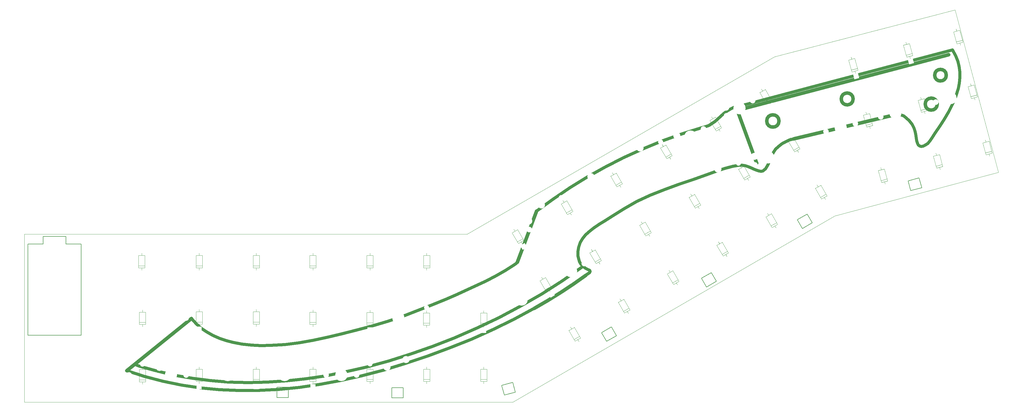
<source format=gbr>
G04 #@! TF.GenerationSoftware,KiCad,Pcbnew,(5.1.5)-3*
G04 #@! TF.CreationDate,2020-03-28T17:37:08+01:00*
G04 #@! TF.ProjectId,kopesh,6b6f7065-7368-42e6-9b69-6361645f7063,rev?*
G04 #@! TF.SameCoordinates,Original*
G04 #@! TF.FileFunction,Legend,Bot*
G04 #@! TF.FilePolarity,Positive*
%FSLAX46Y46*%
G04 Gerber Fmt 4.6, Leading zero omitted, Abs format (unit mm)*
G04 Created by KiCad (PCBNEW (5.1.5)-3) date 2020-03-28 17:37:08*
%MOMM*%
%LPD*%
G04 APERTURE LIST*
%ADD10C,1.000000*%
%ADD11C,1.200000*%
%ADD12C,0.050000*%
%ADD13C,0.120000*%
%ADD14C,0.150000*%
%ADD15R,1.702000X1.702000*%
%ADD16O,1.702000X1.702000*%
%ADD17C,1.702000*%
%ADD18R,1.832000X2.132000*%
%ADD19O,1.832000X2.132000*%
%ADD20R,3.102000X2.852000*%
%ADD21C,2.352000*%
%ADD22C,4.089800*%
%ADD23C,1.852000*%
%ADD24C,1.702000*%
G04 APERTURE END LIST*
D10*
X235504841Y-129945312D02*
X236248866Y-128606082D01*
X234986667Y-131408591D02*
X235504841Y-129945312D01*
X234724265Y-132928726D02*
X234986667Y-131408591D01*
X234747546Y-134438526D02*
X234724265Y-132928726D01*
X234936556Y-135406139D02*
X234747546Y-134438526D01*
X362250090Y-72956156D02*
X362008649Y-71109192D01*
X362269865Y-74797519D02*
X362250090Y-72956156D01*
X362089229Y-76628768D02*
X362269865Y-74797519D01*
X361729436Y-78445391D02*
X362089229Y-76628768D01*
X360910239Y-81106153D02*
X361729436Y-78445391D01*
X359812494Y-83709950D02*
X360910239Y-81106153D01*
X358505781Y-86242012D02*
X359812494Y-83709950D01*
X357059693Y-88687568D02*
X358505781Y-86242012D01*
X355543809Y-91031844D02*
X357059693Y-88687568D01*
X354027560Y-93260129D02*
X355543809Y-91031844D01*
X353422793Y-94153729D02*
X354027718Y-93260071D01*
X235274699Y-136319388D02*
X234936556Y-135406139D01*
X235770836Y-137158364D02*
X235274699Y-136319388D01*
X236433836Y-137903159D02*
X235770836Y-137158364D01*
X237272560Y-138533864D02*
X236433836Y-137903159D01*
X238295786Y-139030605D02*
X237272560Y-138533864D01*
X344309843Y-88245705D02*
X345403993Y-89313000D01*
X343398696Y-87615162D02*
X344309843Y-88245705D01*
X342442618Y-87203527D02*
X343398696Y-87615162D01*
X341794795Y-87083277D02*
X342442618Y-87203527D01*
X341148784Y-87109154D02*
X341794795Y-87083277D01*
X340513186Y-87300738D02*
X341148784Y-87109154D01*
X305453296Y-95638917D02*
X306766135Y-95245720D01*
X304131974Y-96201292D02*
X305453296Y-95638917D01*
X302859535Y-96921522D02*
X304131974Y-96201292D01*
X301693343Y-97788288D02*
X302859535Y-96921522D01*
X300690758Y-98790275D02*
X301693343Y-97788288D01*
X299907023Y-99916407D02*
X300690758Y-98790275D01*
X299311093Y-101165698D02*
X299907023Y-99916407D01*
X298757647Y-102550407D02*
X299311093Y-101165698D01*
X298121096Y-104006824D02*
X298757647Y-102550407D01*
X297755145Y-104678698D02*
X298121096Y-104006824D01*
X297351150Y-105261546D02*
X297755145Y-104678698D01*
X296904413Y-105716765D02*
X297351150Y-105261546D01*
X296410257Y-106005882D02*
X296904413Y-105716765D01*
X295866915Y-106111830D02*
X296410257Y-106005882D01*
X295278709Y-106062256D02*
X295866915Y-106111830D01*
X294442195Y-105815039D02*
X295278709Y-106062256D01*
X293548062Y-105431278D02*
X294442195Y-105815039D01*
X292608000Y-104987462D02*
X293548062Y-105431278D01*
X291633703Y-104560085D02*
X292608000Y-104987462D01*
X290618603Y-104220890D02*
X291633703Y-104560085D01*
X289592474Y-104058537D02*
X290618603Y-104220890D01*
X288566985Y-104101606D02*
X289592474Y-104058537D01*
X287552275Y-104261394D02*
X288566985Y-104101606D01*
X286554716Y-104462932D02*
X287552275Y-104261394D01*
X283672271Y-105225448D02*
X286554716Y-104462932D01*
X280876056Y-106154605D02*
X283672271Y-105225448D01*
X278110561Y-107151606D02*
X280876056Y-106154605D01*
X273328993Y-108819391D02*
X278110561Y-107151606D01*
X268511217Y-110464484D02*
X273328993Y-108819391D01*
X263710045Y-112184063D02*
X268511217Y-110464484D01*
X258978297Y-114075314D02*
X263710045Y-112184063D01*
X254368424Y-116233647D02*
X258978297Y-114075314D01*
X249922851Y-118706265D02*
X254368424Y-116233647D01*
X245630842Y-121432786D02*
X249922851Y-118706265D01*
X243749045Y-122625094D02*
X245630842Y-121432786D01*
X241862483Y-123811409D02*
X243749045Y-122625094D01*
X240016412Y-125053265D02*
X241862483Y-123811409D01*
X238259429Y-126416041D02*
X240016412Y-125053265D01*
X237184394Y-127438991D02*
X238259429Y-126416041D01*
X236248866Y-128606082D02*
X237184394Y-127438991D01*
X347471570Y-93733557D02*
X347649768Y-94950087D01*
X347251125Y-92627101D02*
X347471570Y-93733557D01*
X346930028Y-91675344D02*
X347251125Y-92627101D01*
X346296296Y-90495978D02*
X346930028Y-91675344D01*
X345403993Y-89313000D02*
X346296296Y-90495978D01*
D11*
X220922830Y-119432742D02*
X214498235Y-136523929D01*
X354681505Y-83675160D02*
G75*
G03X354681505Y-83675160I-2006808J0D01*
G01*
X357699352Y-74008572D02*
G75*
G03X357699352Y-74008572I-1935987J0D01*
G01*
X326594961Y-81942112D02*
G75*
G03X326594961Y-81942112I-1980175J0D01*
G01*
X301849525Y-89305846D02*
G75*
G03X301849525Y-89305846I-2050430J0D01*
G01*
D10*
X352873086Y-95071975D02*
X353422793Y-94153729D01*
X352282695Y-95960734D02*
X352873086Y-95071975D01*
X351555727Y-96765925D02*
X352282695Y-95960734D01*
X350604467Y-97429662D02*
X351555727Y-96765925D01*
X349933581Y-97711309D02*
X350604467Y-97429662D01*
X349296216Y-97818621D02*
X349933581Y-97711309D01*
X348769144Y-97693971D02*
X349296216Y-97818621D01*
X348375151Y-97343304D02*
X348769144Y-97693971D01*
X348085056Y-96811217D02*
X348375151Y-97343304D01*
X347827874Y-95943612D02*
X348085056Y-96811217D01*
X347649768Y-94950087D02*
X347827874Y-95943612D01*
X238077039Y-140355657D02*
X238629746Y-139947875D01*
X237373513Y-140874681D02*
X238077039Y-140355657D01*
X214049896Y-136897521D02*
X214498235Y-136523929D01*
X213479280Y-137373000D02*
X214049896Y-136897521D01*
X226386261Y-115405223D02*
X220922830Y-119432742D01*
X359741644Y-65579858D02*
X319605964Y-76175246D01*
D11*
X290587403Y-85066726D02*
X358474021Y-67153969D01*
X287932853Y-85611987D02*
X294419263Y-103433253D01*
X306766135Y-95245720D02*
X340866883Y-87172002D01*
X105711457Y-155352539D02*
X84078313Y-172724201D01*
D10*
X141618756Y-163408669D02*
X146352953Y-162592952D01*
X136852118Y-164004956D02*
X141618756Y-163408669D01*
X132058706Y-164323372D02*
X136852118Y-164004956D01*
X128887952Y-164347082D02*
X132058706Y-164323372D01*
X125721078Y-164194553D02*
X128887952Y-164347082D01*
X122569986Y-163837627D02*
X125721078Y-164194553D01*
X119454724Y-163246264D02*
X122569986Y-163837627D01*
X117226550Y-162652594D02*
X119454724Y-163246264D01*
X115044435Y-161905653D02*
X117226550Y-162652594D01*
X112928015Y-160987928D02*
X115044435Y-161905653D01*
X110903489Y-159883348D02*
X112928015Y-160987928D01*
X231997720Y-111614704D02*
X226386261Y-115405223D01*
X237757202Y-108061187D02*
X231997720Y-111614704D01*
X243664711Y-104744669D02*
X237757202Y-108061187D01*
X249831717Y-101611357D02*
X243664711Y-104744669D01*
X256152182Y-98723741D02*
X249831717Y-101611357D01*
X262626105Y-96081822D02*
X256152182Y-98723741D01*
X269253487Y-93685602D02*
X262626105Y-96081822D01*
X276034257Y-91535103D02*
X269253487Y-93685602D01*
X277313656Y-91249108D02*
X276034324Y-91535079D01*
X278464127Y-90772882D02*
X277313656Y-91249108D01*
X279513414Y-90146762D02*
X278464127Y-90772882D01*
X280489190Y-89411109D02*
X279513414Y-90146762D01*
X281419132Y-88606282D02*
X280489190Y-89411109D01*
X282386198Y-87722082D02*
X281419132Y-88606282D01*
X283365851Y-86853623D02*
X282386198Y-87722082D01*
X109002112Y-158578254D02*
X110903489Y-159883348D01*
X107259240Y-157068137D02*
X109002112Y-158578254D01*
X105711438Y-155352544D02*
X107259240Y-157068137D01*
X94097654Y-172879926D02*
X88256824Y-171203348D01*
X100017860Y-174250177D02*
X94097654Y-172879926D01*
X106000801Y-175314128D02*
X100017860Y-174250177D01*
X112029760Y-176075121D02*
X106000801Y-175314128D01*
X118088816Y-176539597D02*
X112029760Y-176075121D01*
X124531519Y-176718338D02*
X118088816Y-176539597D01*
X130975560Y-176587125D02*
X124531519Y-176718338D01*
X137406812Y-176161314D02*
X130975560Y-176587125D01*
X222677017Y-147075903D02*
X215582500Y-151193500D01*
X229593268Y-142665487D02*
X222677017Y-147075903D01*
X236313257Y-137961651D02*
X229593268Y-142665487D01*
D11*
X237373594Y-140874654D02*
G75*
G02X220111771Y-151947056I-102230404J140384964D01*
G01*
D10*
X213250089Y-155631198D02*
X220111790Y-151947048D01*
X206251524Y-159048358D02*
X213250089Y-155631198D01*
X199134890Y-162212553D02*
X206251524Y-159048358D01*
X191917057Y-165138515D02*
X199134890Y-162212553D01*
X184612691Y-167841417D02*
X191917057Y-165138515D01*
X177231092Y-170325545D02*
X184612691Y-167841417D01*
X169773012Y-172569647D02*
X177231092Y-170325545D01*
X194177703Y-147315378D02*
X197487637Y-145840557D01*
X190850813Y-148751539D02*
X194177703Y-147315378D01*
X185882930Y-150817981D02*
X190850813Y-148751539D01*
X180882418Y-152803843D02*
X185882930Y-150817981D01*
X175845549Y-154697628D02*
X180882418Y-152803843D01*
X170753636Y-156436645D02*
X175845549Y-154697628D01*
X165583600Y-157926112D02*
X170753636Y-156436645D01*
X160380381Y-159295985D02*
X165583600Y-157926112D01*
X155728164Y-160494187D02*
X160380381Y-159295985D01*
X151054651Y-161606500D02*
X155728164Y-160494187D01*
X146352953Y-162592952D02*
X151054651Y-161606500D01*
X284391110Y-86049056D02*
X283365851Y-86853623D01*
X285494991Y-85356533D02*
X284391110Y-86049056D01*
X286710513Y-84824207D02*
X285494991Y-85356533D01*
X288070588Y-84500267D02*
X286710513Y-84824207D01*
X319605964Y-76175246D02*
X288070690Y-84500230D01*
X162239954Y-174547187D02*
X169773012Y-172569647D01*
X155429665Y-176069352D02*
X162239954Y-174547187D01*
X148566533Y-177333070D02*
X155429665Y-176069352D01*
X141657679Y-178315702D02*
X148566533Y-177333070D01*
X134712462Y-178994202D02*
X141657679Y-178315702D01*
X127743197Y-179345596D02*
X134712462Y-178994202D01*
X121399250Y-179362593D02*
X127743197Y-179345596D01*
X115061876Y-179075692D02*
X121399250Y-179362593D01*
X108746792Y-178471555D02*
X115061876Y-179075692D01*
X102471640Y-177539590D02*
X108746792Y-178471555D01*
X96255637Y-176272570D02*
X102471640Y-177539590D01*
X210439516Y-139345975D02*
X213479282Y-137372999D01*
X207270869Y-141103520D02*
X210439516Y-139345975D01*
X204041733Y-142748173D02*
X207270869Y-141103520D01*
X200777689Y-144321739D02*
X204041733Y-142748173D01*
X197487637Y-145840557D02*
X200777689Y-144321739D01*
X90118296Y-174667254D02*
X96255637Y-176272570D01*
X84078313Y-172724201D02*
X90118296Y-174667254D01*
X87407207Y-170858257D02*
X86739651Y-170587116D01*
X88256822Y-171203349D02*
X87407207Y-170858257D01*
X238548488Y-139167343D02*
X238295875Y-139030573D01*
X238700035Y-139340800D02*
X238548488Y-139167343D01*
X238746745Y-139614624D02*
X238700035Y-139340800D01*
X238629656Y-139947907D02*
X238746745Y-139614624D01*
X360775741Y-67416509D02*
X359741766Y-65579813D01*
X361524284Y-69261139D02*
X360775741Y-67416509D01*
X362008649Y-71109192D02*
X361524284Y-69261139D01*
X143813666Y-175457533D02*
X137406812Y-176161314D01*
X150186409Y-174493066D02*
X143813666Y-175457533D01*
X156517553Y-173285328D02*
X150186409Y-174493066D01*
X164052041Y-171539056D02*
X156517553Y-173285328D01*
X171511577Y-169495743D02*
X164052041Y-171539056D01*
X178891891Y-167182481D02*
X171511577Y-169495743D01*
X186189539Y-164620357D02*
X178891891Y-167182481D01*
X193395700Y-161811175D02*
X186189539Y-164620357D01*
X200926157Y-158558183D02*
X193395700Y-161811175D01*
X208326819Y-155020046D02*
X200926157Y-158558183D01*
X215582500Y-151193500D02*
X208326819Y-155020046D01*
D12*
X375136651Y-106420121D02*
X360606650Y-52170125D01*
X320476648Y-121060124D02*
X375136651Y-106420121D01*
X212926648Y-183250129D02*
X320476648Y-121060124D01*
X49936648Y-183250121D02*
X212926648Y-183250129D01*
X49926648Y-127100116D02*
X49936648Y-183250121D01*
X197736650Y-127090122D02*
X49926648Y-127100116D01*
X300336652Y-67850125D02*
X197736650Y-127090122D01*
X360606650Y-52170125D02*
X300336652Y-67850125D01*
D13*
X90136654Y-138358111D02*
X88016654Y-138358111D01*
X88016654Y-138358111D02*
X88016654Y-134238111D01*
X88016654Y-134238111D02*
X90136654Y-134238111D01*
X90136654Y-134238111D02*
X90136654Y-138358111D01*
X89076654Y-139128111D02*
X89076654Y-138358111D01*
X89076654Y-133468111D02*
X89076654Y-134238111D01*
X90136654Y-137698111D02*
X88016654Y-137698111D01*
D14*
X68877251Y-130440875D02*
X68877251Y-160920875D01*
X63797251Y-130440875D02*
X68877251Y-130440875D01*
X63797251Y-127900875D02*
X63797251Y-130440875D01*
X56177251Y-127900875D02*
X63797251Y-127900875D01*
X56177251Y-130440875D02*
X56177251Y-127900875D01*
X51097251Y-130440875D02*
X56177251Y-130440875D01*
X51097251Y-160920875D02*
X51097251Y-130440875D01*
X68877251Y-160920875D02*
X51097251Y-160920875D01*
X138016660Y-181690112D02*
X138016660Y-178290112D01*
X134216660Y-178290112D02*
X138016660Y-178290112D01*
X134216660Y-181690112D02*
X134216660Y-178290112D01*
X134216660Y-181690112D02*
X138016660Y-181690112D01*
X280930800Y-142903522D02*
X279230800Y-139959036D01*
X275939904Y-141859036D02*
X279230800Y-139959036D01*
X277639904Y-144803522D02*
X275939904Y-141859036D01*
X277639904Y-144803522D02*
X280930800Y-142903522D01*
X349502947Y-111607008D02*
X348622962Y-108322860D01*
X344952444Y-109306372D02*
X348622962Y-108322860D01*
X345832429Y-112590520D02*
X344952444Y-109306372D01*
X345832429Y-112590520D02*
X349502947Y-111607008D01*
X312952272Y-123340873D02*
X311252272Y-120396387D01*
X307961376Y-122296387D02*
X311252272Y-120396387D01*
X309661376Y-125240873D02*
X307961376Y-122296387D01*
X309661376Y-125240873D02*
X312952272Y-123340873D01*
X247610771Y-161059874D02*
X245910771Y-158115388D01*
X242619875Y-160015388D02*
X245910771Y-158115388D01*
X244319875Y-162959874D02*
X242619875Y-160015388D01*
X244319875Y-162959874D02*
X247610771Y-161059874D01*
X213803448Y-179933013D02*
X212923463Y-176648865D01*
X209252945Y-177632377D02*
X212923463Y-176648865D01*
X210132930Y-180916525D02*
X209252945Y-177632377D01*
X210132930Y-180916525D02*
X213803448Y-179933013D01*
X176379161Y-181805113D02*
X176379161Y-178405113D01*
X172579161Y-178405113D02*
X176379161Y-178405113D01*
X172579161Y-181805113D02*
X172579161Y-178405113D01*
X172579161Y-181805113D02*
X176379161Y-181805113D01*
D13*
X373003598Y-100043400D02*
X370955835Y-100592096D01*
X370955835Y-100592096D02*
X369889501Y-96612482D01*
X369889501Y-96612482D02*
X371937264Y-96063785D01*
X371937264Y-96063785D02*
X373003598Y-100043400D01*
X372179007Y-101061511D02*
X371979717Y-100317748D01*
X370714092Y-95594371D02*
X370913382Y-96338133D01*
X372832777Y-99405889D02*
X370785015Y-99954585D01*
X368050599Y-81247400D02*
X366002836Y-81796096D01*
X366002836Y-81796096D02*
X364936502Y-77816482D01*
X364936502Y-77816482D02*
X366984265Y-77267785D01*
X366984265Y-77267785D02*
X368050599Y-81247400D01*
X367226008Y-82265511D02*
X367026718Y-81521748D01*
X365761093Y-76798371D02*
X365960383Y-77542133D01*
X367879778Y-80609889D02*
X365832016Y-81158585D01*
X363224601Y-62959405D02*
X361176838Y-63508101D01*
X361176838Y-63508101D02*
X360110504Y-59528487D01*
X360110504Y-59528487D02*
X362158267Y-58979790D01*
X362158267Y-58979790D02*
X363224601Y-62959405D01*
X362400010Y-63977516D02*
X362200720Y-63233753D01*
X360935095Y-58510376D02*
X361134385Y-59254138D01*
X363053780Y-62321894D02*
X361006018Y-62870590D01*
X235569637Y-161811572D02*
X233733663Y-162871572D01*
X233733663Y-162871572D02*
X231673663Y-159303547D01*
X231673663Y-159303547D02*
X233509637Y-158243547D01*
X233509637Y-158243547D02*
X235569637Y-161811572D01*
X235036650Y-163008411D02*
X234651650Y-162341572D01*
X232206650Y-158106707D02*
X232591650Y-158773547D01*
X235239637Y-161239995D02*
X233403663Y-162299995D01*
X225917639Y-145174570D02*
X224081665Y-146234570D01*
X224081665Y-146234570D02*
X222021665Y-142666545D01*
X222021665Y-142666545D02*
X223857639Y-141606545D01*
X223857639Y-141606545D02*
X225917639Y-145174570D01*
X225384652Y-146371409D02*
X224999652Y-145704570D01*
X222554652Y-141469705D02*
X222939652Y-142136545D01*
X225587639Y-144602993D02*
X223751665Y-145662993D01*
X216646642Y-129172575D02*
X214810668Y-130232575D01*
X214810668Y-130232575D02*
X212750668Y-126664550D01*
X212750668Y-126664550D02*
X214586642Y-125604550D01*
X214586642Y-125604550D02*
X216646642Y-129172575D01*
X216113655Y-130369414D02*
X215728655Y-129702575D01*
X213283655Y-125467710D02*
X213668655Y-126134550D01*
X216316642Y-128600998D02*
X214480668Y-129660998D01*
X356493596Y-104488402D02*
X354445833Y-105037098D01*
X354445833Y-105037098D02*
X353379499Y-101057484D01*
X353379499Y-101057484D02*
X355427262Y-100508787D01*
X355427262Y-100508787D02*
X356493596Y-104488402D01*
X355669005Y-105506513D02*
X355469715Y-104762750D01*
X354204090Y-100039373D02*
X354403380Y-100783135D01*
X356322775Y-103850891D02*
X354275013Y-104399587D01*
X351413595Y-85819401D02*
X349365832Y-86368097D01*
X349365832Y-86368097D02*
X348299498Y-82388483D01*
X348299498Y-82388483D02*
X350347261Y-81839786D01*
X350347261Y-81839786D02*
X351413595Y-85819401D01*
X350589004Y-86837512D02*
X350389714Y-86093749D01*
X349124089Y-81370372D02*
X349323379Y-82114134D01*
X351242774Y-85181890D02*
X349195012Y-85730586D01*
X346460601Y-67404404D02*
X344412838Y-67953100D01*
X344412838Y-67953100D02*
X343346504Y-63973486D01*
X343346504Y-63973486D02*
X345394267Y-63424789D01*
X345394267Y-63424789D02*
X346460601Y-67404404D01*
X345636010Y-68422515D02*
X345436720Y-67678752D01*
X344171095Y-62955375D02*
X344370385Y-63699137D01*
X346289780Y-66766893D02*
X344242018Y-67315589D01*
X204328649Y-176331124D02*
X202208649Y-176331124D01*
X202208649Y-176331124D02*
X202208649Y-172211124D01*
X202208649Y-172211124D02*
X204328649Y-172211124D01*
X204328649Y-172211124D02*
X204328649Y-176331124D01*
X203268649Y-177101124D02*
X203268649Y-176331124D01*
X203268649Y-171441124D02*
X203268649Y-172211124D01*
X204328649Y-175671124D02*
X202208649Y-175671124D01*
X204328649Y-157535118D02*
X202208649Y-157535118D01*
X202208649Y-157535118D02*
X202208649Y-153415118D01*
X202208649Y-153415118D02*
X204328649Y-153415118D01*
X204328649Y-153415118D02*
X204328649Y-157535118D01*
X203268649Y-158305118D02*
X203268649Y-157535118D01*
X203268649Y-152645118D02*
X203268649Y-153415118D01*
X204328649Y-156875118D02*
X202208649Y-156875118D01*
X338078601Y-109314411D02*
X336030838Y-109863107D01*
X336030838Y-109863107D02*
X334964504Y-105883493D01*
X334964504Y-105883493D02*
X337012267Y-105334796D01*
X337012267Y-105334796D02*
X338078601Y-109314411D01*
X337254010Y-110332522D02*
X337054720Y-109588759D01*
X335789095Y-104865382D02*
X335988385Y-105609144D01*
X337907780Y-108676900D02*
X335860018Y-109225596D01*
X333125596Y-90772401D02*
X331077833Y-91321097D01*
X331077833Y-91321097D02*
X330011499Y-87341483D01*
X330011499Y-87341483D02*
X332059262Y-86792786D01*
X332059262Y-86792786D02*
X333125596Y-90772401D01*
X332301005Y-91790512D02*
X332101715Y-91046749D01*
X330836090Y-86323372D02*
X331035380Y-87067134D01*
X332954775Y-90134890D02*
X330907013Y-90683586D01*
X328172596Y-72357404D02*
X326124833Y-72906100D01*
X326124833Y-72906100D02*
X325058499Y-68926486D01*
X325058499Y-68926486D02*
X327106262Y-68377789D01*
X327106262Y-68377789D02*
X328172596Y-72357404D01*
X327348005Y-73375515D02*
X327148715Y-72631752D01*
X325883090Y-67908375D02*
X326082380Y-68652137D01*
X328001775Y-71719893D02*
X325954013Y-72268589D01*
X185278652Y-176331117D02*
X183158652Y-176331117D01*
X183158652Y-176331117D02*
X183158652Y-172211117D01*
X183158652Y-172211117D02*
X185278652Y-172211117D01*
X185278652Y-172211117D02*
X185278652Y-176331117D01*
X184218652Y-177101117D02*
X184218652Y-176331117D01*
X184218652Y-171441117D02*
X184218652Y-172211117D01*
X185278652Y-175671117D02*
X183158652Y-175671117D01*
X185231654Y-157535123D02*
X183111654Y-157535123D01*
X183111654Y-157535123D02*
X183111654Y-153415123D01*
X183111654Y-153415123D02*
X185231654Y-153415123D01*
X185231654Y-153415123D02*
X185231654Y-157535123D01*
X184171654Y-158305123D02*
X184171654Y-157535123D01*
X184171654Y-152645123D02*
X184171654Y-153415123D01*
X185231654Y-156875123D02*
X183111654Y-156875123D01*
X185278648Y-138358118D02*
X183158648Y-138358118D01*
X183158648Y-138358118D02*
X183158648Y-134238118D01*
X183158648Y-134238118D02*
X185278648Y-134238118D01*
X185278648Y-134238118D02*
X185278648Y-138358118D01*
X184218648Y-139128118D02*
X184218648Y-138358118D01*
X184218648Y-133468118D02*
X184218648Y-134238118D01*
X185278648Y-137698118D02*
X183158648Y-137698118D01*
X317865638Y-114313574D02*
X316029664Y-115373574D01*
X316029664Y-115373574D02*
X313969664Y-111805549D01*
X313969664Y-111805549D02*
X315805638Y-110745549D01*
X315805638Y-110745549D02*
X317865638Y-114313574D01*
X317332651Y-115510413D02*
X316947651Y-114843574D01*
X314502651Y-110608709D02*
X314887651Y-111275549D01*
X317535638Y-113741997D02*
X315699664Y-114801997D01*
X308848635Y-98565577D02*
X307012661Y-99625577D01*
X307012661Y-99625577D02*
X304952661Y-96057552D01*
X304952661Y-96057552D02*
X306788635Y-94997552D01*
X306788635Y-94997552D02*
X308848635Y-98565577D01*
X308315648Y-99762416D02*
X307930648Y-99095577D01*
X305485648Y-94860712D02*
X305870648Y-95527552D01*
X308518635Y-97994000D02*
X306682661Y-99054000D01*
X299323639Y-82309578D02*
X297487665Y-83369578D01*
X297487665Y-83369578D02*
X295427665Y-79801553D01*
X295427665Y-79801553D02*
X297263639Y-78741553D01*
X297263639Y-78741553D02*
X299323639Y-82309578D01*
X298790652Y-83506417D02*
X298405652Y-82839578D01*
X295960652Y-78604713D02*
X296345652Y-79271553D01*
X298993639Y-81738001D02*
X297157665Y-82798001D01*
X166355653Y-176331119D02*
X164235653Y-176331119D01*
X164235653Y-176331119D02*
X164235653Y-172211119D01*
X164235653Y-172211119D02*
X166355653Y-172211119D01*
X166355653Y-172211119D02*
X166355653Y-176331119D01*
X165295653Y-177101119D02*
X165295653Y-176331119D01*
X165295653Y-171441119D02*
X165295653Y-172211119D01*
X166355653Y-175671119D02*
X164235653Y-175671119D01*
X166355650Y-157408123D02*
X164235650Y-157408123D01*
X164235650Y-157408123D02*
X164235650Y-153288123D01*
X164235650Y-153288123D02*
X166355650Y-153288123D01*
X166355650Y-153288123D02*
X166355650Y-157408123D01*
X165295650Y-158178123D02*
X165295650Y-157408123D01*
X165295650Y-152518123D02*
X165295650Y-153288123D01*
X166355650Y-156748123D02*
X164235650Y-156748123D01*
X166355655Y-138358121D02*
X164235655Y-138358121D01*
X164235655Y-138358121D02*
X164235655Y-134238121D01*
X164235655Y-134238121D02*
X166355655Y-134238121D01*
X166355655Y-134238121D02*
X166355655Y-138358121D01*
X165295655Y-139128121D02*
X165295655Y-138358121D01*
X165295655Y-133468121D02*
X165295655Y-134238121D01*
X166355655Y-137698121D02*
X164235655Y-137698121D01*
X301355636Y-123838567D02*
X299519662Y-124898567D01*
X299519662Y-124898567D02*
X297459662Y-121330542D01*
X297459662Y-121330542D02*
X299295636Y-120270542D01*
X299295636Y-120270542D02*
X301355636Y-123838567D01*
X300822649Y-125035406D02*
X300437649Y-124368567D01*
X297992649Y-120133702D02*
X298377649Y-120800542D01*
X301025636Y-123266990D02*
X299189662Y-124326990D01*
X292211642Y-107963579D02*
X290375668Y-109023579D01*
X290375668Y-109023579D02*
X288315668Y-105455554D01*
X288315668Y-105455554D02*
X290151642Y-104395554D01*
X290151642Y-104395554D02*
X292211642Y-107963579D01*
X291678655Y-109160418D02*
X291293655Y-108493579D01*
X288848655Y-104258714D02*
X289233655Y-104925554D01*
X291881642Y-107392002D02*
X290045668Y-108452002D01*
X282686645Y-91580577D02*
X280850671Y-92640577D01*
X280850671Y-92640577D02*
X278790671Y-89072552D01*
X278790671Y-89072552D02*
X280626645Y-88012552D01*
X280626645Y-88012552D02*
X282686645Y-91580577D01*
X282153658Y-92777416D02*
X281768658Y-92110577D01*
X279323658Y-87875712D02*
X279708658Y-88542552D01*
X282356645Y-91009000D02*
X280520671Y-92069000D01*
X147305646Y-176331124D02*
X145185646Y-176331124D01*
X145185646Y-176331124D02*
X145185646Y-172211124D01*
X145185646Y-172211124D02*
X147305646Y-172211124D01*
X147305646Y-172211124D02*
X147305646Y-176331124D01*
X146245646Y-177101124D02*
X146245646Y-176331124D01*
X146245646Y-171441124D02*
X146245646Y-172211124D01*
X147305646Y-175671124D02*
X145185646Y-175671124D01*
X147305652Y-157281121D02*
X145185652Y-157281121D01*
X145185652Y-157281121D02*
X145185652Y-153161121D01*
X145185652Y-153161121D02*
X147305652Y-153161121D01*
X147305652Y-153161121D02*
X147305652Y-157281121D01*
X146245652Y-158051121D02*
X146245652Y-157281121D01*
X146245652Y-152391121D02*
X146245652Y-153161121D01*
X147305652Y-156621121D02*
X145185652Y-156621121D01*
X147305649Y-138358121D02*
X145185649Y-138358121D01*
X145185649Y-138358121D02*
X145185649Y-134238121D01*
X145185649Y-134238121D02*
X147305649Y-134238121D01*
X147305649Y-134238121D02*
X147305649Y-138358121D01*
X146245649Y-139128121D02*
X146245649Y-138358121D01*
X146245649Y-133468121D02*
X146245649Y-134238121D01*
X147305649Y-137698121D02*
X145185649Y-137698121D01*
X284972641Y-133363583D02*
X283136667Y-134423583D01*
X283136667Y-134423583D02*
X281076667Y-130855558D01*
X281076667Y-130855558D02*
X282912641Y-129795558D01*
X282912641Y-129795558D02*
X284972641Y-133363583D01*
X284439654Y-134560422D02*
X284054654Y-133893583D01*
X281609654Y-129658718D02*
X281994654Y-130325558D01*
X284642641Y-132792006D02*
X282806667Y-133852006D01*
X275701640Y-117361571D02*
X273865666Y-118421571D01*
X273865666Y-118421571D02*
X271805666Y-114853546D01*
X271805666Y-114853546D02*
X273641640Y-113793546D01*
X273641640Y-113793546D02*
X275701640Y-117361571D01*
X275168653Y-118558410D02*
X274783653Y-117891571D01*
X272338653Y-113656706D02*
X272723653Y-114323546D01*
X275371640Y-116789994D02*
X273535666Y-117849994D01*
X266176639Y-100851579D02*
X264340665Y-101911579D01*
X264340665Y-101911579D02*
X262280665Y-98343554D01*
X262280665Y-98343554D02*
X264116639Y-97283554D01*
X264116639Y-97283554D02*
X266176639Y-100851579D01*
X265643652Y-102048418D02*
X265258652Y-101381579D01*
X262813652Y-97146714D02*
X263198652Y-97813554D01*
X265846639Y-100280002D02*
X264010665Y-101340002D01*
X128382653Y-176331124D02*
X126262653Y-176331124D01*
X126262653Y-176331124D02*
X126262653Y-172211124D01*
X126262653Y-172211124D02*
X128382653Y-172211124D01*
X128382653Y-172211124D02*
X128382653Y-176331124D01*
X127322653Y-177101124D02*
X127322653Y-176331124D01*
X127322653Y-171441124D02*
X127322653Y-172211124D01*
X128382653Y-175671124D02*
X126262653Y-175671124D01*
X128382651Y-157154123D02*
X126262651Y-157154123D01*
X126262651Y-157154123D02*
X126262651Y-153034123D01*
X126262651Y-153034123D02*
X128382651Y-153034123D01*
X128382651Y-153034123D02*
X128382651Y-157154123D01*
X127322651Y-157924123D02*
X127322651Y-157154123D01*
X127322651Y-152264123D02*
X127322651Y-153034123D01*
X128382651Y-156494123D02*
X126262651Y-156494123D01*
X128382655Y-138358126D02*
X126262655Y-138358126D01*
X126262655Y-138358126D02*
X126262655Y-134238126D01*
X126262655Y-134238126D02*
X128382655Y-134238126D01*
X128382655Y-134238126D02*
X128382655Y-138358126D01*
X127322655Y-139128126D02*
X127322655Y-138358126D01*
X127322655Y-133468126D02*
X127322655Y-134238126D01*
X128382655Y-137698126D02*
X126262655Y-137698126D01*
X268462642Y-142888573D02*
X266626668Y-143948573D01*
X266626668Y-143948573D02*
X264566668Y-140380548D01*
X264566668Y-140380548D02*
X266402642Y-139320548D01*
X266402642Y-139320548D02*
X268462642Y-142888573D01*
X267929655Y-144085412D02*
X267544655Y-143418573D01*
X265099655Y-139183708D02*
X265484655Y-139850548D01*
X268132642Y-142316996D02*
X266296668Y-143376996D01*
X259191646Y-126632574D02*
X257355672Y-127692574D01*
X257355672Y-127692574D02*
X255295672Y-124124549D01*
X255295672Y-124124549D02*
X257131646Y-123064549D01*
X257131646Y-123064549D02*
X259191646Y-126632574D01*
X258658659Y-127829413D02*
X258273659Y-127162574D01*
X255828659Y-122927709D02*
X256213659Y-123594549D01*
X258861646Y-126060997D02*
X257025672Y-127120997D01*
X249539634Y-110249572D02*
X247703660Y-111309572D01*
X247703660Y-111309572D02*
X245643660Y-107741547D01*
X245643660Y-107741547D02*
X247479634Y-106681547D01*
X247479634Y-106681547D02*
X249539634Y-110249572D01*
X249006647Y-111446411D02*
X248621647Y-110779572D01*
X246176647Y-106544707D02*
X246561647Y-107211547D01*
X249209634Y-109677995D02*
X247373660Y-110737995D01*
X109332654Y-176331117D02*
X107212654Y-176331117D01*
X107212654Y-176331117D02*
X107212654Y-172211117D01*
X107212654Y-172211117D02*
X109332654Y-172211117D01*
X109332654Y-172211117D02*
X109332654Y-176331117D01*
X108272654Y-177101117D02*
X108272654Y-176331117D01*
X108272654Y-171441117D02*
X108272654Y-172211117D01*
X109332654Y-175671117D02*
X107212654Y-175671117D01*
X109332652Y-157154120D02*
X107212652Y-157154120D01*
X107212652Y-157154120D02*
X107212652Y-153034120D01*
X107212652Y-153034120D02*
X109332652Y-153034120D01*
X109332652Y-153034120D02*
X109332652Y-157154120D01*
X108272652Y-157924120D02*
X108272652Y-157154120D01*
X108272652Y-152264120D02*
X108272652Y-153034120D01*
X109332652Y-156494120D02*
X107212652Y-156494120D01*
X109332654Y-138358123D02*
X107212654Y-138358123D01*
X107212654Y-138358123D02*
X107212654Y-134238123D01*
X107212654Y-134238123D02*
X109332654Y-134238123D01*
X109332654Y-134238123D02*
X109332654Y-138358123D01*
X108272654Y-139128123D02*
X108272654Y-138358123D01*
X108272654Y-133468123D02*
X108272654Y-134238123D01*
X109332654Y-137698123D02*
X107212654Y-137698123D01*
X252079640Y-152413584D02*
X250243666Y-153473584D01*
X250243666Y-153473584D02*
X248183666Y-149905559D01*
X248183666Y-149905559D02*
X250019640Y-148845559D01*
X250019640Y-148845559D02*
X252079640Y-152413584D01*
X251546653Y-153610423D02*
X251161653Y-152943584D01*
X248716653Y-148708719D02*
X249101653Y-149375559D01*
X251749640Y-151842007D02*
X249913666Y-152902007D01*
X242554635Y-135903571D02*
X240718661Y-136963571D01*
X240718661Y-136963571D02*
X238658661Y-133395546D01*
X238658661Y-133395546D02*
X240494635Y-132335546D01*
X240494635Y-132335546D02*
X242554635Y-135903571D01*
X242021648Y-137100410D02*
X241636648Y-136433571D01*
X239191648Y-132198706D02*
X239576648Y-132865546D01*
X242224635Y-135331994D02*
X240388661Y-136391994D01*
X233029640Y-119520576D02*
X231193666Y-120580576D01*
X231193666Y-120580576D02*
X229133666Y-117012551D01*
X229133666Y-117012551D02*
X230969640Y-115952551D01*
X230969640Y-115952551D02*
X233029640Y-119520576D01*
X232496653Y-120717415D02*
X232111653Y-120050576D01*
X229666653Y-115815711D02*
X230051653Y-116482551D01*
X232699640Y-118948999D02*
X230863666Y-120008999D01*
X90409657Y-176458127D02*
X88289657Y-176458127D01*
X88289657Y-176458127D02*
X88289657Y-172338127D01*
X88289657Y-172338127D02*
X90409657Y-172338127D01*
X90409657Y-172338127D02*
X90409657Y-176458127D01*
X89349657Y-177228127D02*
X89349657Y-176458127D01*
X89349657Y-171568127D02*
X89349657Y-172338127D01*
X90409657Y-175798127D02*
X88289657Y-175798127D01*
X90409650Y-157281124D02*
X88289650Y-157281124D01*
X88289650Y-157281124D02*
X88289650Y-153161124D01*
X88289650Y-153161124D02*
X90409650Y-153161124D01*
X90409650Y-153161124D02*
X90409650Y-157281124D01*
X89349650Y-158051124D02*
X89349650Y-157281124D01*
X89349650Y-152391124D02*
X89349650Y-153161124D01*
X90409650Y-156621124D02*
X88289650Y-156621124D01*
%LPC*%
D15*
X89076654Y-140108111D03*
D16*
X89076654Y-132488111D03*
D17*
X67607251Y-131710875D03*
X67607251Y-134250875D03*
X67607251Y-136790875D03*
X67607251Y-139330875D03*
X67607251Y-141870875D03*
X67607251Y-144410875D03*
X67607251Y-146950875D03*
X67607251Y-149490875D03*
X67607251Y-152030875D03*
X67607251Y-154570875D03*
X67607251Y-157110875D03*
X67607251Y-159650875D03*
X52367251Y-159650875D03*
X52367251Y-157110875D03*
X52367251Y-154570875D03*
X52367251Y-152030875D03*
X52367251Y-149490875D03*
X52367251Y-146950875D03*
X52367251Y-144410875D03*
X52367251Y-141870875D03*
X52367251Y-139330875D03*
X52367251Y-136790875D03*
X52367251Y-134250875D03*
D15*
X52367251Y-131710875D03*
D18*
X56261000Y-167005000D03*
D19*
X58801000Y-167005000D03*
X61341000Y-167005000D03*
X63881000Y-167005000D03*
D20*
X62293500Y-138772900D03*
X62293500Y-141770100D03*
D21*
X215616358Y-143320719D03*
D22*
X215956653Y-148990128D03*
D21*
X211387096Y-148695423D03*
D23*
X211557244Y-151530128D03*
X220356062Y-146450128D03*
D21*
X255466355Y-98360715D03*
D22*
X255806650Y-104030124D03*
D21*
X251237093Y-103735419D03*
D23*
X251407241Y-106570124D03*
X260206059Y-101490124D03*
D21*
X120346649Y-131070121D03*
D22*
X117806649Y-136150121D03*
D21*
X113996649Y-133610121D03*
D23*
X112726649Y-136150121D03*
X122886649Y-136150121D03*
D21*
X365152204Y-94471011D03*
D22*
X364013553Y-100035315D03*
D21*
X359675975Y-98567964D03*
D23*
X359106650Y-101350116D03*
X368920456Y-98720514D03*
D21*
X360215303Y-76085817D03*
D22*
X359076652Y-81650121D03*
D21*
X354739074Y-80182770D03*
D23*
X354169749Y-82964922D03*
X363983555Y-80335320D03*
D21*
X355315300Y-57735818D03*
D22*
X354176649Y-63300122D03*
D21*
X349839071Y-61832771D03*
D23*
X349269746Y-64614923D03*
X359083552Y-61985321D03*
D21*
X346815304Y-99375809D03*
D22*
X345676653Y-104940113D03*
D21*
X341339075Y-103472762D03*
D23*
X340769750Y-106254914D03*
X350583556Y-103625312D03*
D21*
X341875301Y-81005817D03*
D22*
X340736650Y-86570121D03*
D21*
X336399072Y-85102770D03*
D23*
X335829747Y-87884922D03*
X345643553Y-85255320D03*
D21*
X336965302Y-62635812D03*
D22*
X335826651Y-68200116D03*
D21*
X331489073Y-66732765D03*
D23*
X330919748Y-69514917D03*
X340733554Y-66885315D03*
D21*
X328455307Y-104275819D03*
D22*
X327316656Y-109840123D03*
D21*
X322979078Y-108372772D03*
D23*
X322409753Y-111154924D03*
X332223559Y-108525322D03*
D21*
X323555297Y-85925819D03*
D22*
X322416646Y-91490123D03*
D21*
X318079068Y-90022772D03*
D23*
X317509743Y-92804924D03*
X327323549Y-90175322D03*
D21*
X318605303Y-67565817D03*
D22*
X317466652Y-73130121D03*
D21*
X313129074Y-71662770D03*
D23*
X312559749Y-74444922D03*
X322373555Y-71815320D03*
D21*
X307386354Y-112270705D03*
D22*
X307726649Y-117940114D03*
D21*
X303157092Y-117645409D03*
D23*
X303327240Y-120480114D03*
X312126058Y-115400114D03*
D21*
X297886354Y-95790709D03*
D22*
X298226649Y-101460118D03*
D21*
X293657092Y-101165413D03*
D23*
X293827240Y-104000118D03*
X302626058Y-98920118D03*
D21*
X288356353Y-79360708D03*
D22*
X288696648Y-85030117D03*
D21*
X284127091Y-84735412D03*
D23*
X284297239Y-87570117D03*
X293096057Y-82490117D03*
D21*
X290946361Y-121780715D03*
D22*
X291286656Y-127450124D03*
D21*
X286717099Y-127155419D03*
D23*
X286887247Y-129990124D03*
X295686065Y-124910124D03*
D21*
X281436359Y-105330708D03*
D22*
X281776654Y-111000117D03*
D21*
X277207097Y-110705412D03*
D23*
X277377245Y-113540117D03*
X286176063Y-108460117D03*
D21*
X271936360Y-88850709D03*
D22*
X272276655Y-94520118D03*
D21*
X267707098Y-94225413D03*
D23*
X267877246Y-97060118D03*
X276676064Y-91980118D03*
D21*
X274476358Y-131300710D03*
D22*
X274816653Y-136970119D03*
D21*
X270247096Y-136675414D03*
D23*
X270417244Y-139510119D03*
X279216062Y-134430119D03*
D21*
X264966354Y-114830712D03*
D22*
X265306649Y-120500121D03*
D21*
X260737092Y-120205416D03*
D23*
X260907240Y-123040121D03*
X269706058Y-117960121D03*
D21*
X258056357Y-140790713D03*
D22*
X258396652Y-146460122D03*
D21*
X253827095Y-146165417D03*
D23*
X253997243Y-149000122D03*
X262796061Y-143920122D03*
D21*
X248516353Y-124320712D03*
D22*
X248856648Y-129990121D03*
D21*
X244287091Y-129695416D03*
D23*
X244457239Y-132530121D03*
X253256057Y-127450121D03*
D21*
X239026361Y-107870710D03*
D22*
X239366656Y-113540119D03*
D21*
X234797099Y-113245414D03*
D23*
X234967247Y-116080119D03*
X243766065Y-111000119D03*
D21*
X241556351Y-150280712D03*
D22*
X241896646Y-155950121D03*
D21*
X237327089Y-155655416D03*
D23*
X237497237Y-158490121D03*
X246296055Y-153410121D03*
D21*
X232076353Y-133820713D03*
D22*
X232416648Y-139490122D03*
D21*
X227847091Y-139195417D03*
D23*
X228017239Y-142030122D03*
X236816057Y-136950122D03*
D21*
X222566358Y-117380714D03*
D22*
X222906653Y-123050123D03*
D21*
X218337096Y-122755418D03*
D23*
X218507244Y-125590123D03*
X227306062Y-120510123D03*
D21*
X225086361Y-159780715D03*
D22*
X225426656Y-165450124D03*
D21*
X220857099Y-165155419D03*
D23*
X221027247Y-167990124D03*
X229826065Y-162910124D03*
D21*
X206096356Y-126850709D03*
D22*
X206436651Y-132520118D03*
D21*
X201867094Y-132225413D03*
D23*
X202037242Y-135060118D03*
X210836060Y-129980118D03*
D21*
X196296652Y-169080117D03*
D22*
X193756652Y-174160117D03*
D21*
X189946652Y-171620117D03*
D23*
X188676652Y-174160117D03*
X198836652Y-174160117D03*
D21*
X196306645Y-150080123D03*
D22*
X193766645Y-155160123D03*
D21*
X189956645Y-152620123D03*
D23*
X188686645Y-155160123D03*
X198846645Y-155160123D03*
D21*
X177306649Y-169070120D03*
D22*
X174766649Y-174150120D03*
D21*
X170956649Y-171610120D03*
D23*
X169686649Y-174150120D03*
X179846649Y-174150120D03*
D21*
X177306658Y-150100122D03*
D22*
X174766658Y-155180122D03*
D21*
X170956658Y-152640122D03*
D23*
X169686658Y-155180122D03*
X179846658Y-155180122D03*
D21*
X177296650Y-131100116D03*
D22*
X174756650Y-136180116D03*
D21*
X170946650Y-133640116D03*
D23*
X169676650Y-136180116D03*
X179836650Y-136180116D03*
D21*
X158306654Y-169110119D03*
D22*
X155766654Y-174190119D03*
D21*
X151956654Y-171650119D03*
D23*
X150686654Y-174190119D03*
X160846654Y-174190119D03*
D21*
X158306648Y-150090119D03*
D22*
X155766648Y-155170119D03*
D21*
X151956648Y-152630119D03*
D23*
X150686648Y-155170119D03*
X160846648Y-155170119D03*
D21*
X158296650Y-131070123D03*
D22*
X155756650Y-136150123D03*
D21*
X151946650Y-133610123D03*
D23*
X150676650Y-136150123D03*
X160836650Y-136150123D03*
D21*
X139316652Y-169100124D03*
D22*
X136776652Y-174180124D03*
D21*
X132966652Y-171640124D03*
D23*
X131696652Y-174180124D03*
X141856652Y-174180124D03*
D21*
X139316654Y-150090125D03*
D22*
X136776654Y-155170125D03*
D21*
X132966654Y-152630125D03*
D23*
X131696654Y-155170125D03*
X141856654Y-155170125D03*
D21*
X139296658Y-131090114D03*
D22*
X136756658Y-136170114D03*
D21*
X132946658Y-133630114D03*
D23*
X131676658Y-136170114D03*
X141836658Y-136170114D03*
D21*
X120366655Y-169120121D03*
D22*
X117826655Y-174200121D03*
D21*
X114016655Y-171660121D03*
D23*
X112746655Y-174200121D03*
X122906655Y-174200121D03*
D21*
X120356656Y-150130122D03*
D22*
X117816656Y-155210122D03*
D21*
X114006656Y-152670122D03*
D23*
X112736656Y-155210122D03*
X122896656Y-155210122D03*
D21*
X101346650Y-169120119D03*
D22*
X98806650Y-174200119D03*
D21*
X94996650Y-171660119D03*
D23*
X93726650Y-174200119D03*
X103886650Y-174200119D03*
D21*
X101346649Y-150080116D03*
D22*
X98806649Y-155160116D03*
D21*
X94996649Y-152620116D03*
D23*
X93726649Y-155160116D03*
X103886649Y-155160116D03*
D21*
X101346654Y-131080123D03*
D22*
X98806654Y-136160123D03*
D21*
X94996654Y-133620123D03*
D23*
X93726654Y-136160123D03*
X103886654Y-136160123D03*
D21*
X82316650Y-169110120D03*
D22*
X79776650Y-174190120D03*
D21*
X75966650Y-171650120D03*
D23*
X74696650Y-174190120D03*
X84856650Y-174190120D03*
D21*
X82326658Y-150110118D03*
D22*
X79786658Y-155190118D03*
D21*
X75976658Y-152650118D03*
D23*
X74706658Y-155190118D03*
X84866658Y-155190118D03*
D21*
X82326651Y-131090121D03*
D22*
X79786651Y-136170121D03*
D21*
X75976651Y-133630121D03*
D23*
X74706651Y-136170121D03*
X84866651Y-136170121D03*
D14*
G36*
X373474908Y-102609866D02*
G01*
X371830902Y-103050376D01*
X371390392Y-101406370D01*
X373034398Y-100965860D01*
X373474908Y-102609866D01*
G37*
D24*
X370460449Y-94647763D02*
X370460449Y-94647763D01*
D14*
G36*
X368521909Y-83813866D02*
G01*
X366877903Y-84254376D01*
X366437393Y-82610370D01*
X368081399Y-82169860D01*
X368521909Y-83813866D01*
G37*
D24*
X365507450Y-75851763D02*
X365507450Y-75851763D01*
D14*
G36*
X363695911Y-65525871D02*
G01*
X362051905Y-65966381D01*
X361611395Y-64322375D01*
X363255401Y-63881865D01*
X363695911Y-65525871D01*
G37*
D24*
X360681452Y-57563768D02*
X360681452Y-57563768D01*
D14*
G36*
X236689138Y-164168604D02*
G01*
X235215162Y-165019604D01*
X234364162Y-163545628D01*
X235838138Y-162694628D01*
X236689138Y-164168604D01*
G37*
D24*
X231716650Y-157258002D02*
X231716650Y-157258002D01*
D14*
G36*
X227037140Y-147531602D02*
G01*
X225563164Y-148382602D01*
X224712164Y-146908626D01*
X226186140Y-146057626D01*
X227037140Y-147531602D01*
G37*
D24*
X222064652Y-140621000D02*
X222064652Y-140621000D01*
D14*
G36*
X217766143Y-131529607D02*
G01*
X216292167Y-132380607D01*
X215441167Y-130906631D01*
X216915143Y-130055631D01*
X217766143Y-131529607D01*
G37*
D24*
X212793655Y-124619005D02*
X212793655Y-124619005D01*
D14*
G36*
X356964906Y-107054868D02*
G01*
X355320900Y-107495378D01*
X354880390Y-105851372D01*
X356524396Y-105410862D01*
X356964906Y-107054868D01*
G37*
D24*
X353950447Y-99092765D02*
X353950447Y-99092765D01*
D14*
G36*
X351884905Y-88385867D02*
G01*
X350240899Y-88826377D01*
X349800389Y-87182371D01*
X351444395Y-86741861D01*
X351884905Y-88385867D01*
G37*
D24*
X348870446Y-80423764D02*
X348870446Y-80423764D01*
D14*
G36*
X346931911Y-69970870D02*
G01*
X345287905Y-70411380D01*
X344847395Y-68767374D01*
X346491401Y-68326864D01*
X346931911Y-69970870D01*
G37*
D24*
X343917452Y-62008767D02*
X343917452Y-62008767D01*
D15*
X203268649Y-178081124D03*
D16*
X203268649Y-170461124D03*
D15*
X203268649Y-159285118D03*
D16*
X203268649Y-151665118D03*
D14*
G36*
X338549911Y-111880877D02*
G01*
X336905905Y-112321387D01*
X336465395Y-110677381D01*
X338109401Y-110236871D01*
X338549911Y-111880877D01*
G37*
D24*
X335535452Y-103918774D02*
X335535452Y-103918774D01*
D14*
G36*
X333596906Y-93338867D02*
G01*
X331952900Y-93779377D01*
X331512390Y-92135371D01*
X333156396Y-91694861D01*
X333596906Y-93338867D01*
G37*
D24*
X330582447Y-85376764D02*
X330582447Y-85376764D01*
D14*
G36*
X328643906Y-74923870D02*
G01*
X326999900Y-75364380D01*
X326559390Y-73720374D01*
X328203396Y-73279864D01*
X328643906Y-74923870D01*
G37*
D24*
X325629447Y-66961767D02*
X325629447Y-66961767D01*
D15*
X184218652Y-178081117D03*
D16*
X184218652Y-170461117D03*
D15*
X184171654Y-159285123D03*
D16*
X184171654Y-151665123D03*
D15*
X184218648Y-140108118D03*
D16*
X184218648Y-132488118D03*
D14*
G36*
X318985139Y-116670606D02*
G01*
X317511163Y-117521606D01*
X316660163Y-116047630D01*
X318134139Y-115196630D01*
X318985139Y-116670606D01*
G37*
D24*
X314012651Y-109760004D02*
X314012651Y-109760004D01*
D14*
G36*
X309968136Y-100922609D02*
G01*
X308494160Y-101773609D01*
X307643160Y-100299633D01*
X309117136Y-99448633D01*
X309968136Y-100922609D01*
G37*
D24*
X304995648Y-94012007D02*
X304995648Y-94012007D01*
D14*
G36*
X300443140Y-84666610D02*
G01*
X298969164Y-85517610D01*
X298118164Y-84043634D01*
X299592140Y-83192634D01*
X300443140Y-84666610D01*
G37*
D24*
X295470652Y-77756008D02*
X295470652Y-77756008D01*
D15*
X165295653Y-178081119D03*
D16*
X165295653Y-170461119D03*
D15*
X165295650Y-159158123D03*
D16*
X165295650Y-151538123D03*
D15*
X165295655Y-140108121D03*
D16*
X165295655Y-132488121D03*
D14*
G36*
X302475137Y-126195599D02*
G01*
X301001161Y-127046599D01*
X300150161Y-125572623D01*
X301624137Y-124721623D01*
X302475137Y-126195599D01*
G37*
D24*
X297502649Y-119284997D02*
X297502649Y-119284997D01*
D14*
G36*
X293331143Y-110320611D02*
G01*
X291857167Y-111171611D01*
X291006167Y-109697635D01*
X292480143Y-108846635D01*
X293331143Y-110320611D01*
G37*
D24*
X288358655Y-103410009D02*
X288358655Y-103410009D01*
D14*
G36*
X283806146Y-93937609D02*
G01*
X282332170Y-94788609D01*
X281481170Y-93314633D01*
X282955146Y-92463633D01*
X283806146Y-93937609D01*
G37*
D24*
X278833658Y-87027007D02*
X278833658Y-87027007D01*
D15*
X146245646Y-178081124D03*
D16*
X146245646Y-170461124D03*
D15*
X146245652Y-159031121D03*
D16*
X146245652Y-151411121D03*
D15*
X146245649Y-140108121D03*
D16*
X146245649Y-132488121D03*
D14*
G36*
X286092142Y-135720615D02*
G01*
X284618166Y-136571615D01*
X283767166Y-135097639D01*
X285241142Y-134246639D01*
X286092142Y-135720615D01*
G37*
D24*
X281119654Y-128810013D02*
X281119654Y-128810013D01*
D14*
G36*
X276821141Y-119718603D02*
G01*
X275347165Y-120569603D01*
X274496165Y-119095627D01*
X275970141Y-118244627D01*
X276821141Y-119718603D01*
G37*
D24*
X271848653Y-112808001D02*
X271848653Y-112808001D01*
D14*
G36*
X267296140Y-103208611D02*
G01*
X265822164Y-104059611D01*
X264971164Y-102585635D01*
X266445140Y-101734635D01*
X267296140Y-103208611D01*
G37*
D24*
X262323652Y-96298009D02*
X262323652Y-96298009D01*
D15*
X127322653Y-178081124D03*
D16*
X127322653Y-170461124D03*
D15*
X127322651Y-158904123D03*
D16*
X127322651Y-151284123D03*
D15*
X127322655Y-140108126D03*
D16*
X127322655Y-132488126D03*
D14*
G36*
X269582143Y-145245605D02*
G01*
X268108167Y-146096605D01*
X267257167Y-144622629D01*
X268731143Y-143771629D01*
X269582143Y-145245605D01*
G37*
D24*
X264609655Y-138335003D02*
X264609655Y-138335003D01*
D14*
G36*
X260311147Y-128989606D02*
G01*
X258837171Y-129840606D01*
X257986171Y-128366630D01*
X259460147Y-127515630D01*
X260311147Y-128989606D01*
G37*
D24*
X255338659Y-122079004D02*
X255338659Y-122079004D01*
D14*
G36*
X250659135Y-112606604D02*
G01*
X249185159Y-113457604D01*
X248334159Y-111983628D01*
X249808135Y-111132628D01*
X250659135Y-112606604D01*
G37*
D24*
X245686647Y-105696002D02*
X245686647Y-105696002D01*
D15*
X108272654Y-178081117D03*
D16*
X108272654Y-170461117D03*
D15*
X108272652Y-158904120D03*
D16*
X108272652Y-151284120D03*
D15*
X108272654Y-140108123D03*
D16*
X108272654Y-132488123D03*
D14*
G36*
X253199141Y-154770616D02*
G01*
X251725165Y-155621616D01*
X250874165Y-154147640D01*
X252348141Y-153296640D01*
X253199141Y-154770616D01*
G37*
D24*
X248226653Y-147860014D02*
X248226653Y-147860014D01*
D14*
G36*
X243674136Y-138260603D02*
G01*
X242200160Y-139111603D01*
X241349160Y-137637627D01*
X242823136Y-136786627D01*
X243674136Y-138260603D01*
G37*
D24*
X238701648Y-131350001D02*
X238701648Y-131350001D01*
D14*
G36*
X234149141Y-121877608D02*
G01*
X232675165Y-122728608D01*
X231824165Y-121254632D01*
X233298141Y-120403632D01*
X234149141Y-121877608D01*
G37*
D24*
X229176653Y-114967006D02*
X229176653Y-114967006D01*
D15*
X89349657Y-178208127D03*
D16*
X89349657Y-170588127D03*
D15*
X89349650Y-159031124D03*
D16*
X89349650Y-151411124D03*
M02*

</source>
